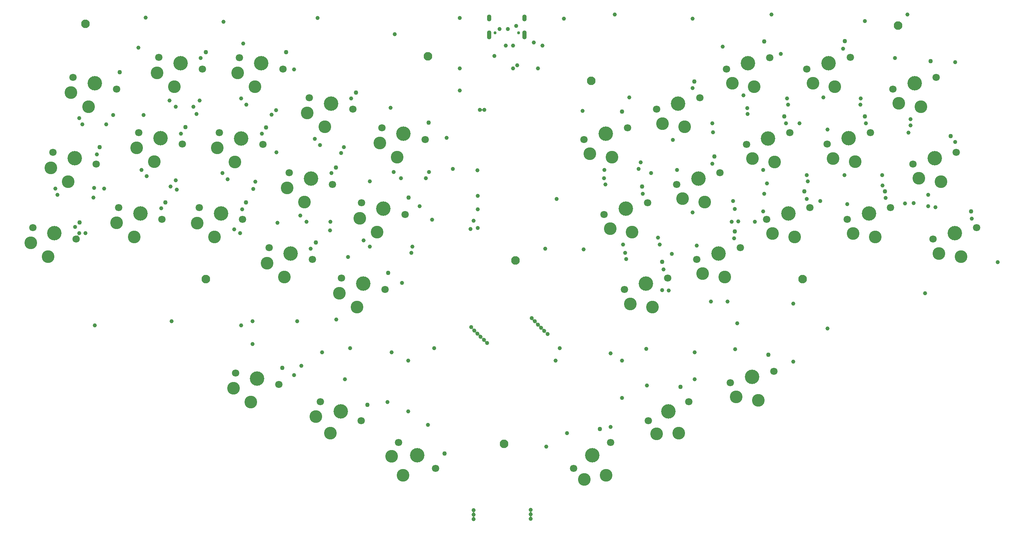
<source format=gbr>
G04 #@! TF.GenerationSoftware,KiCad,Pcbnew,(5.1.9)-1*
G04 #@! TF.CreationDate,2021-04-11T17:50:06-07:00*
G04 #@! TF.ProjectId,euclid36,6575636c-6964-4333-962e-6b696361645f,1.2*
G04 #@! TF.SameCoordinates,PX2faf080PY2faf080*
G04 #@! TF.FileFunction,Soldermask,Top*
G04 #@! TF.FilePolarity,Negative*
%FSLAX46Y46*%
G04 Gerber Fmt 4.6, Leading zero omitted, Abs format (unit mm)*
G04 Created by KiCad (PCBNEW (5.1.9)-1) date 2021-04-11 17:50:06*
%MOMM*%
%LPD*%
G01*
G04 APERTURE LIST*
%ADD10C,0.750000*%
%ADD11O,1.100000X2.200000*%
%ADD12O,1.100000X1.700000*%
%ADD13C,1.803800*%
%ADD14C,3.102000*%
%ADD15C,3.531000*%
%ADD16C,1.092600*%
%ADD17C,2.102000*%
%ADD18C,1.002000*%
%ADD19C,0.100000*%
G04 APERTURE END LIST*
D10*
X104020000Y18350000D03*
X98240000Y18350000D03*
D11*
X96810000Y17820000D03*
X105450000Y17820000D03*
D12*
X96810000Y22000000D03*
X105450000Y22000000D03*
D13*
X35731035Y12295579D03*
X46356219Y9448569D03*
D14*
X35243426Y8543947D03*
D15*
X41043627Y10872074D03*
D14*
X39503654Y5124815D03*
D16*
X47172800Y13577927D03*
D13*
X155867408Y-67423505D03*
X166492592Y-64576495D03*
D14*
X157320942Y-70916317D03*
D15*
X161180000Y-66000000D03*
D14*
X162719973Y-71747259D03*
D16*
X165135093Y-60592076D03*
D13*
X135748307Y-76743400D03*
X145717693Y-72094600D03*
D14*
X137786280Y-79930746D03*
D15*
X140733000Y-74419000D03*
D14*
X143247579Y-79811531D03*
D16*
X143688930Y-68406440D03*
D13*
X117529664Y-88368670D03*
X126540336Y-82059330D03*
D14*
X120090151Y-91153702D03*
D15*
X122035000Y-85214000D03*
D14*
X125447780Y-90087955D03*
D16*
X123901953Y-78779492D03*
D13*
X74691017Y-82059032D03*
X83701689Y-88368372D03*
D14*
X72949681Y-85417640D03*
D15*
X79196353Y-85213702D03*
D14*
X75783573Y-90087657D03*
D16*
X85881348Y-84767332D03*
D13*
X55514172Y-72094303D03*
X65483558Y-76743103D03*
D14*
X54382508Y-75704266D03*
D15*
X60498865Y-74418703D03*
D14*
X57984286Y-79811234D03*
D16*
X67004788Y-72818278D03*
D13*
X34738612Y-65011742D03*
X45363796Y-67858752D03*
D14*
X34251003Y-68763374D03*
D15*
X40051204Y-66435247D03*
D14*
X38511231Y-72182506D03*
D16*
X46180377Y-63729394D03*
D13*
X205482554Y-32212907D03*
X216107738Y-29365897D03*
D14*
X206936088Y-35705719D03*
D15*
X210795146Y-30789402D03*
D14*
X212335119Y-36536661D03*
D16*
X214750239Y-25381478D03*
D13*
X184452068Y-27329604D03*
X195077252Y-24482594D03*
D14*
X185905602Y-30822416D03*
D15*
X189764660Y-25906099D03*
D14*
X191304633Y-31653358D03*
D16*
X193719753Y-20498175D03*
D13*
X164736381Y-27353203D03*
X175361565Y-24506193D03*
D14*
X166189915Y-30846015D03*
D15*
X170048973Y-25929698D03*
D14*
X171588946Y-31676957D03*
D16*
X174004066Y-20521774D03*
D13*
X147650296Y-37190608D03*
X158275480Y-34343598D03*
D14*
X149103830Y-40683420D03*
D15*
X152962888Y-35767103D03*
D14*
X154502861Y-41514362D03*
D16*
X156917981Y-30359179D03*
D13*
X129906810Y-44574562D03*
X140531994Y-41727552D03*
D14*
X131360344Y-48067374D03*
D15*
X135219402Y-43151057D03*
D14*
X136759375Y-48898316D03*
D16*
X139174495Y-37743133D03*
D13*
X200552052Y-13812021D03*
X211177236Y-10965011D03*
D14*
X202005586Y-17304833D03*
D15*
X205864644Y-12388516D03*
D14*
X207404617Y-18135775D03*
D16*
X209819737Y-6980592D03*
D13*
X179521566Y-8928718D03*
X190146750Y-6081708D03*
D14*
X180975100Y-12421530D03*
D15*
X184834158Y-7505213D03*
D14*
X186374131Y-13252472D03*
D16*
X188789251Y-2097289D03*
D13*
X159805879Y-8952317D03*
X170431063Y-6105307D03*
D14*
X161259413Y-12445129D03*
D15*
X165118471Y-7528812D03*
D14*
X166658444Y-13276071D03*
D16*
X169073564Y-2120888D03*
D13*
X142719794Y-18789722D03*
X153344978Y-15942712D03*
D14*
X144173328Y-22282534D03*
D15*
X148032386Y-17366217D03*
D14*
X149572359Y-23113476D03*
D16*
X151987479Y-11958293D03*
D13*
X124976308Y-26173676D03*
X135601492Y-23326666D03*
D14*
X126429842Y-29666488D03*
D15*
X130288900Y-24750171D03*
D14*
X131828873Y-30497430D03*
D16*
X134243993Y-19342247D03*
D13*
X195621550Y4588865D03*
X206246734Y7435875D03*
D14*
X197075084Y1096053D03*
D15*
X200934142Y6012370D03*
D14*
X202474115Y265111D03*
D16*
X204889235Y11420294D03*
D13*
X174591064Y9472168D03*
X185216248Y12319178D03*
D14*
X176044598Y5979356D03*
D15*
X179903656Y10895673D03*
D14*
X181443629Y5148414D03*
D16*
X183858749Y16303597D03*
D13*
X154875377Y9448569D03*
X165500561Y12295579D03*
D14*
X156328911Y5955757D03*
D15*
X160187969Y10872074D03*
D14*
X161727942Y5124815D03*
D16*
X164143062Y16279998D03*
D13*
X137789292Y-388836D03*
X148414476Y2458174D03*
D14*
X139242826Y-3881648D03*
D15*
X143101884Y1034669D03*
D14*
X144641857Y-4712590D03*
D16*
X147056977Y6442593D03*
D13*
X120045806Y-7772790D03*
X130670990Y-4925780D03*
D14*
X121499340Y-11265602D03*
D15*
X125358398Y-6349285D03*
D14*
X126898371Y-12096544D03*
D16*
X129313491Y-941361D03*
D13*
X60699602Y-41727552D03*
X71324786Y-44574562D03*
D14*
X60211993Y-45479184D03*
D15*
X66012194Y-43151057D03*
D14*
X64472221Y-48898316D03*
D16*
X72141367Y-40445204D03*
D13*
X42956116Y-34343598D03*
X53581300Y-37190608D03*
D14*
X42468507Y-38095230D03*
D15*
X48268708Y-35767103D03*
D14*
X46728735Y-41514362D03*
D16*
X54397881Y-33061250D03*
D13*
X25870031Y-24506193D03*
X36495215Y-27353203D03*
D14*
X25382422Y-28257825D03*
D15*
X31182623Y-25929698D03*
D14*
X29642650Y-31676957D03*
D16*
X37311796Y-23223845D03*
D13*
X6154344Y-24482594D03*
X16779528Y-27329604D03*
D14*
X5666735Y-28234226D03*
D15*
X11466936Y-25906099D03*
D14*
X9926963Y-31653358D03*
D16*
X17596109Y-23200246D03*
D13*
X-14876142Y-29365898D03*
X-4250958Y-32212908D03*
D14*
X-15363751Y-33117530D03*
D15*
X-9563550Y-30789403D03*
D14*
X-11103523Y-36536662D03*
D16*
X-3434377Y-28083550D03*
D13*
X65630104Y-23326666D03*
X76255288Y-26173676D03*
D14*
X65142495Y-27078298D03*
D15*
X70942696Y-24750171D03*
D14*
X69402723Y-30497430D03*
D16*
X77071869Y-22044318D03*
D13*
X47886618Y-15942712D03*
X58511802Y-18789722D03*
D14*
X47399009Y-19694344D03*
D15*
X53199210Y-17366217D03*
D14*
X51659237Y-23113476D03*
D16*
X59328383Y-14660364D03*
D13*
X30800533Y-6105307D03*
X41425717Y-8952317D03*
D14*
X30312924Y-9856939D03*
D15*
X36113125Y-7528812D03*
D14*
X34573152Y-13276071D03*
D16*
X42242298Y-4822959D03*
D13*
X11084846Y-6081708D03*
X21710030Y-8928718D03*
D14*
X10597237Y-9833340D03*
D15*
X16397438Y-7505213D03*
D14*
X14857465Y-13252472D03*
D16*
X22526611Y-4799360D03*
D13*
X-9945640Y-10965012D03*
X679544Y-13812022D03*
D14*
X-10433249Y-14716644D03*
D15*
X-4633048Y-12388517D03*
D14*
X-6173021Y-18135776D03*
D16*
X1496125Y-9682664D03*
D13*
X70560606Y-4925780D03*
X81185790Y-7772790D03*
D14*
X70072997Y-8677412D03*
D15*
X75873198Y-6349285D03*
D14*
X74333225Y-12096544D03*
D16*
X82002371Y-3643432D03*
D13*
X52817120Y2458174D03*
X63442304Y-388836D03*
D14*
X52329511Y-1293458D03*
D15*
X58129712Y1034669D03*
D14*
X56589739Y-4712590D03*
D16*
X64258885Y3740522D03*
D13*
X16015348Y12319178D03*
X26640532Y9472168D03*
D14*
X15527739Y8567546D03*
D15*
X21327940Y10895673D03*
D14*
X19787967Y5148414D03*
D16*
X27457113Y13601526D03*
D13*
X-5015138Y7435874D03*
X5610046Y4588864D03*
D14*
X-5502747Y3684242D03*
D15*
X297454Y6012369D03*
D14*
X-1242519Y265110D03*
D16*
X6426627Y8718222D03*
D17*
X103250000Y-37400000D03*
X173520000Y-42000000D03*
X100500000Y-82400000D03*
X27470000Y-42000000D03*
X121830000Y6600000D03*
X81850000Y12590000D03*
X-1950000Y20590000D03*
X196930000Y20100000D03*
D18*
X119972328Y-34711172D03*
X113068000Y-62014000D03*
X129324000Y-62014000D03*
X129324000Y-62014000D03*
X129324000Y-71158000D03*
X110782000Y-83096000D03*
X77000000Y-74460000D03*
X77000000Y-62014000D03*
X203492000Y-45504000D03*
X188760000Y21219500D03*
X115100000Y21806000D03*
X114084000Y-58966000D03*
X115862000Y-79794000D03*
X135279971Y-59106029D03*
X157518000Y-52870000D03*
X135420000Y-68110000D03*
X157010000Y-59220000D03*
X38900000Y-52362000D03*
X62776000Y-58966000D03*
X83350000Y-58966000D03*
X38900000Y-57950000D03*
X61506000Y-66586000D03*
X81826000Y-77762000D03*
X199428000Y-6134000D03*
X189014000Y-3848000D03*
X193840000Y-22136000D03*
X119672000Y-800000D03*
X125260000Y-18834000D03*
X130340000Y-37122000D03*
X146596000Y21806000D03*
X31788000Y21044000D03*
X19088000Y-52362000D03*
X73698000Y17996000D03*
X49822000Y-52362000D03*
X16548000Y-24676000D03*
X21374000Y-6388000D03*
X26200000Y12154000D03*
X20358000Y-20104000D03*
X25184000Y-1562000D03*
X36614000Y15710000D03*
X196126000Y12154000D03*
X183426000Y14440000D03*
X206032000Y-24422000D03*
X160058000Y-1562000D03*
X151422000Y-13754000D03*
X164122000Y-21120000D03*
X156756000Y-32042000D03*
X72682000Y-38000D03*
X67602000Y-18072000D03*
X58204000Y-16040000D03*
X62268000Y-36614000D03*
X53124000Y-34582000D03*
X63030000Y2248000D03*
X153962000Y14948000D03*
X146596000Y4788000D03*
X12738000Y22060000D03*
X292000Y-53378000D03*
X221272000Y-37884000D03*
X199174000Y22822000D03*
X54842000Y22000000D03*
X36106000Y-53378000D03*
X89640000Y22000000D03*
X72936000Y-59982000D03*
X71920000Y-72174000D03*
X147104000Y-59982000D03*
X147104000Y-66586000D03*
X127546000Y22822000D03*
X165900000Y22822000D03*
X179616000Y-54140000D03*
X131102000Y2502000D03*
X136436000Y-16040000D03*
X141516000Y-35852000D03*
X168186000Y13170000D03*
X177838000Y-22898000D03*
X134404000Y-21120000D03*
X139484000Y-39662000D03*
X172758000Y-3848000D03*
X169456000Y-3848000D03*
X174536000Y-22390000D03*
X210858000Y11138000D03*
X210858000Y-8420000D03*
X214922000Y-27216000D03*
X10960000Y14694000D03*
X12230000Y-1816000D03*
X800000Y-11468000D03*
X-4534000Y-29248000D03*
X2578000Y-19850000D03*
X49060000Y9360000D03*
X44742000Y-10960000D03*
X36360000Y-24930000D03*
X44996000Y-28232000D03*
X41186000Y-6388000D03*
X86398000Y-7404000D03*
X79794000Y-24168000D03*
X75476000Y-42964000D03*
X126530000Y-60236000D03*
X126530000Y-78270000D03*
X55918000Y-59982000D03*
X49060000Y-65570000D03*
X89640000Y9674000D03*
X82842000Y-27470000D03*
X87952001Y-15024000D03*
X89640000Y4220000D03*
X107226000Y-51600000D03*
X96304000Y-57696000D03*
X93002000Y-100876000D03*
X138603716Y-33513128D03*
X138151443Y-31870414D03*
X133388000Y-14976526D03*
X133896000Y-13422526D03*
X108003819Y-52377819D03*
X95526181Y-56918181D03*
X93002000Y-99775997D03*
X-47578Y-22050422D03*
X123578Y-19681578D03*
X3086000Y-4117000D03*
X4822578Y-1774578D03*
X156924422Y-24844422D03*
X156502000Y-22898000D03*
X151590422Y-6048422D03*
X151422000Y-3848000D03*
X108781638Y-53155638D03*
X94748362Y-56140362D03*
X93002000Y-98675994D03*
X18834000Y-19327832D03*
X20104000Y-17773832D03*
X24422000Y232831D03*
X25946000Y1786831D03*
X174790000Y-18087000D03*
X174536000Y-16533000D03*
X169964000Y709000D03*
X169710000Y2263000D03*
X109559457Y-53933457D03*
X93970543Y-55362543D03*
X106972000Y-98590000D03*
X39112578Y-19891422D03*
X39576422Y-18157578D03*
X43557578Y-1730422D03*
X44656422Y-631578D03*
X193036578Y-16533000D03*
X187702578Y709000D03*
X187744000Y2263000D03*
X193078000Y-19088000D03*
X110337276Y-54711276D03*
X93192724Y-54584724D03*
X106972000Y-99690003D03*
X57908578Y-30051422D03*
X57991422Y-27936578D03*
X60575578Y-11128422D03*
X61293422Y-9648578D03*
X111115095Y-55489095D03*
X92414905Y-53806905D03*
X106972000Y-100790006D03*
X77762000Y-35613000D03*
X78016000Y-34059000D03*
X81318000Y-17325000D03*
X82080000Y-15771000D03*
X-3518000Y-2563000D03*
X-2756000Y-4117000D03*
X-9360000Y-19835000D03*
X-8852000Y-21389000D03*
X-3533000Y-30772000D03*
X-1979000Y-30772000D03*
X12992000Y-16817000D03*
X11722000Y-15263000D03*
X20104000Y232831D03*
X18580000Y1786831D03*
X36106000Y2263000D03*
X37376000Y709000D03*
X31534000Y-16025000D03*
X32804000Y-17579000D03*
X34401901Y-29829901D03*
X35852000Y-30772000D03*
X52108000Y-27993000D03*
X50584000Y-26439000D03*
X55410000Y-9197000D03*
X54140000Y-7643000D03*
X73444000Y-15771000D03*
X75222000Y-17325000D03*
X94018000Y-24915000D03*
X94018000Y-21628000D03*
X110528000Y-34582000D03*
X113322000Y-22390000D03*
X93932422Y-15363578D03*
X94018000Y-29502000D03*
X94526000Y-546000D03*
X92240000Y-29756000D03*
X95626003Y-546000D03*
X93017000Y-27724000D03*
X66078000Y-32535000D03*
X67602000Y-34089000D03*
X156147422Y-27978000D03*
X157778133Y-27901289D03*
X161836000Y-27978000D03*
X163868000Y-25438000D03*
X164798422Y-18595000D03*
X163868000Y-15278000D03*
X159995934Y-62976D03*
X159042000Y3010000D03*
X178600000Y2502000D03*
X179616000Y-5372000D03*
X183773485Y-16533000D03*
X184442000Y-23660000D03*
X198624578Y-23447422D03*
X200739422Y-23364578D03*
X204254000Y-24141578D03*
X204254000Y-21374000D03*
X199936000Y-4371000D03*
X199936000Y-2817000D03*
X59388421Y-51939577D03*
X50838000Y-63284000D03*
X151106005Y-47474005D03*
X140768313Y-44810531D03*
X139145782Y-44742000D03*
X171234000Y-62268000D03*
X171234000Y-48044000D03*
X155199949Y-47503949D03*
X130086950Y-35559960D03*
X129578000Y-33551000D03*
X124987455Y-17291455D03*
X125006000Y-15263000D03*
X141770000Y-7897000D03*
X142786000Y-15278000D03*
X146596000Y-25692000D03*
X147612000Y-33820000D03*
X108750000Y9614000D03*
X102654000Y9614000D03*
X98082000Y12662000D03*
X103670000Y10391000D03*
X103416000Y20028000D03*
X109844500Y15202000D03*
X102654000Y15202000D03*
X101384000Y19266000D03*
X99352000Y19266000D03*
X100876000Y15202000D03*
X107734000Y16012500D03*
D19*
G36*
X93236538Y-100217434D02*
G01*
X93237303Y-100219282D01*
X93236431Y-100220684D01*
X93231956Y-100223674D01*
X93213241Y-100239033D01*
X93197946Y-100257670D01*
X93186581Y-100278933D01*
X93179581Y-100302008D01*
X93177218Y-100325999D01*
X93179581Y-100349990D01*
X93186581Y-100373065D01*
X93197946Y-100394329D01*
X93213242Y-100412966D01*
X93231957Y-100428324D01*
X93236430Y-100431313D01*
X93237315Y-100433107D01*
X93236204Y-100434770D01*
X93234554Y-100434824D01*
X93146851Y-100398497D01*
X93050908Y-100379412D01*
X92953092Y-100379412D01*
X92857149Y-100398497D01*
X92769446Y-100434824D01*
X92767463Y-100434563D01*
X92766698Y-100432715D01*
X92767570Y-100431313D01*
X92772043Y-100428324D01*
X92790758Y-100412966D01*
X92806054Y-100394329D01*
X92817419Y-100373066D01*
X92824419Y-100349991D01*
X92826782Y-100325999D01*
X92824419Y-100302008D01*
X92817419Y-100278933D01*
X92806054Y-100257670D01*
X92790759Y-100239033D01*
X92772044Y-100223674D01*
X92767569Y-100220684D01*
X92766684Y-100218890D01*
X92767795Y-100217227D01*
X92769445Y-100217173D01*
X92857149Y-100253500D01*
X92953092Y-100272585D01*
X93050908Y-100272585D01*
X93146851Y-100253500D01*
X93234555Y-100217173D01*
X93236538Y-100217434D01*
G37*
G36*
X107206538Y-100131440D02*
G01*
X107207303Y-100133288D01*
X107206431Y-100134690D01*
X107201956Y-100137680D01*
X107183241Y-100153039D01*
X107167946Y-100171676D01*
X107156581Y-100192939D01*
X107149581Y-100216014D01*
X107147218Y-100240005D01*
X107149581Y-100263996D01*
X107156581Y-100287071D01*
X107167946Y-100308335D01*
X107183242Y-100326972D01*
X107201957Y-100342330D01*
X107206430Y-100345319D01*
X107207315Y-100347113D01*
X107206204Y-100348776D01*
X107204554Y-100348830D01*
X107116851Y-100312503D01*
X107020908Y-100293418D01*
X106923092Y-100293418D01*
X106827149Y-100312503D01*
X106739446Y-100348830D01*
X106737463Y-100348569D01*
X106736698Y-100346721D01*
X106737570Y-100345319D01*
X106742043Y-100342330D01*
X106760758Y-100326972D01*
X106776054Y-100308335D01*
X106787419Y-100287072D01*
X106794419Y-100263997D01*
X106796782Y-100240005D01*
X106794419Y-100216014D01*
X106787419Y-100192939D01*
X106776054Y-100171676D01*
X106760759Y-100153039D01*
X106742044Y-100137680D01*
X106737569Y-100134690D01*
X106736684Y-100132896D01*
X106737795Y-100131233D01*
X106739445Y-100131179D01*
X106827149Y-100167506D01*
X106923092Y-100186591D01*
X107020908Y-100186591D01*
X107116851Y-100167506D01*
X107204555Y-100131179D01*
X107206538Y-100131440D01*
G37*
G36*
X93236538Y-99117431D02*
G01*
X93237303Y-99119279D01*
X93236431Y-99120681D01*
X93231956Y-99123671D01*
X93213241Y-99139030D01*
X93197946Y-99157667D01*
X93186581Y-99178930D01*
X93179581Y-99202005D01*
X93177218Y-99225996D01*
X93179581Y-99249987D01*
X93186581Y-99273062D01*
X93197946Y-99294326D01*
X93213242Y-99312963D01*
X93231957Y-99328321D01*
X93236430Y-99331310D01*
X93237315Y-99333104D01*
X93236204Y-99334767D01*
X93234554Y-99334821D01*
X93146851Y-99298494D01*
X93050908Y-99279409D01*
X92953092Y-99279409D01*
X92857149Y-99298494D01*
X92769446Y-99334821D01*
X92767463Y-99334560D01*
X92766698Y-99332712D01*
X92767570Y-99331310D01*
X92772043Y-99328321D01*
X92790758Y-99312963D01*
X92806054Y-99294326D01*
X92817419Y-99273063D01*
X92824419Y-99249988D01*
X92826782Y-99225996D01*
X92824419Y-99202005D01*
X92817419Y-99178930D01*
X92806054Y-99157667D01*
X92790759Y-99139030D01*
X92772044Y-99123671D01*
X92767569Y-99120681D01*
X92766684Y-99118887D01*
X92767795Y-99117224D01*
X92769445Y-99117170D01*
X92857149Y-99153497D01*
X92953092Y-99172582D01*
X93050908Y-99172582D01*
X93146851Y-99153497D01*
X93234555Y-99117170D01*
X93236538Y-99117431D01*
G37*
G36*
X107206538Y-99031437D02*
G01*
X107207303Y-99033285D01*
X107206431Y-99034687D01*
X107201956Y-99037677D01*
X107183241Y-99053036D01*
X107167946Y-99071673D01*
X107156581Y-99092936D01*
X107149581Y-99116011D01*
X107147218Y-99140002D01*
X107149581Y-99163993D01*
X107156581Y-99187068D01*
X107167946Y-99208332D01*
X107183242Y-99226969D01*
X107201957Y-99242327D01*
X107206430Y-99245316D01*
X107207315Y-99247110D01*
X107206204Y-99248773D01*
X107204554Y-99248827D01*
X107116851Y-99212500D01*
X107020908Y-99193415D01*
X106923092Y-99193415D01*
X106827149Y-99212500D01*
X106739446Y-99248827D01*
X106737463Y-99248566D01*
X106736698Y-99246718D01*
X106737570Y-99245316D01*
X106742043Y-99242327D01*
X106760758Y-99226969D01*
X106776054Y-99208332D01*
X106787419Y-99187069D01*
X106794419Y-99163994D01*
X106796782Y-99140002D01*
X106794419Y-99116011D01*
X106787419Y-99092936D01*
X106776054Y-99071673D01*
X106760759Y-99053036D01*
X106742044Y-99037677D01*
X106737569Y-99034687D01*
X106736684Y-99032893D01*
X106737795Y-99031230D01*
X106739445Y-99031176D01*
X106827149Y-99067503D01*
X106923092Y-99086588D01*
X107020908Y-99086588D01*
X107116851Y-99067503D01*
X107204555Y-99031176D01*
X107206538Y-99031437D01*
G37*
G36*
X96006016Y-57065243D02*
G01*
X96006391Y-57066851D01*
X96005339Y-57072140D01*
X96002966Y-57096225D01*
X96005329Y-57120216D01*
X96012329Y-57143291D01*
X96023694Y-57164555D01*
X96038989Y-57183192D01*
X96057626Y-57198487D01*
X96078890Y-57209852D01*
X96101965Y-57216852D01*
X96125956Y-57219215D01*
X96150041Y-57216842D01*
X96155330Y-57215790D01*
X96157224Y-57216433D01*
X96157614Y-57218395D01*
X96156485Y-57219600D01*
X96068777Y-57255930D01*
X95987443Y-57310276D01*
X95918276Y-57379443D01*
X95863930Y-57460777D01*
X95827600Y-57548485D01*
X95826013Y-57549703D01*
X95824165Y-57548938D01*
X95823790Y-57547330D01*
X95824842Y-57542041D01*
X95827215Y-57517956D01*
X95824852Y-57493965D01*
X95817852Y-57470890D01*
X95806487Y-57449626D01*
X95791192Y-57430989D01*
X95772555Y-57415694D01*
X95751291Y-57404329D01*
X95728216Y-57397329D01*
X95704225Y-57394966D01*
X95680140Y-57397339D01*
X95674851Y-57398391D01*
X95672957Y-57397748D01*
X95672567Y-57395786D01*
X95673696Y-57394581D01*
X95761404Y-57358251D01*
X95842738Y-57303905D01*
X95911905Y-57234738D01*
X95966251Y-57153404D01*
X96002581Y-57065696D01*
X96004168Y-57064478D01*
X96006016Y-57065243D01*
G37*
G36*
X95228197Y-56287424D02*
G01*
X95228572Y-56289032D01*
X95227520Y-56294321D01*
X95225147Y-56318406D01*
X95227510Y-56342397D01*
X95234510Y-56365472D01*
X95245875Y-56386736D01*
X95261170Y-56405373D01*
X95279807Y-56420668D01*
X95301071Y-56432033D01*
X95324146Y-56439033D01*
X95348137Y-56441396D01*
X95372222Y-56439023D01*
X95377511Y-56437971D01*
X95379405Y-56438614D01*
X95379795Y-56440576D01*
X95378666Y-56441781D01*
X95290958Y-56478111D01*
X95209624Y-56532457D01*
X95140457Y-56601624D01*
X95086111Y-56682958D01*
X95049781Y-56770666D01*
X95048194Y-56771884D01*
X95046346Y-56771119D01*
X95045971Y-56769511D01*
X95047023Y-56764222D01*
X95049396Y-56740137D01*
X95047033Y-56716146D01*
X95040033Y-56693071D01*
X95028668Y-56671807D01*
X95013373Y-56653170D01*
X94994736Y-56637875D01*
X94973472Y-56626510D01*
X94950397Y-56619510D01*
X94926406Y-56617147D01*
X94902321Y-56619520D01*
X94897032Y-56620572D01*
X94895138Y-56619929D01*
X94894748Y-56617967D01*
X94895877Y-56616762D01*
X94983585Y-56580432D01*
X95064919Y-56526086D01*
X95134086Y-56456919D01*
X95188432Y-56375585D01*
X95224762Y-56287877D01*
X95226349Y-56286659D01*
X95228197Y-56287424D01*
G37*
G36*
X94450378Y-55509605D02*
G01*
X94450753Y-55511213D01*
X94449701Y-55516502D01*
X94447328Y-55540587D01*
X94449691Y-55564578D01*
X94456691Y-55587653D01*
X94468056Y-55608917D01*
X94483351Y-55627554D01*
X94501988Y-55642849D01*
X94523252Y-55654214D01*
X94546327Y-55661214D01*
X94570318Y-55663577D01*
X94594403Y-55661204D01*
X94599692Y-55660152D01*
X94601586Y-55660795D01*
X94601976Y-55662757D01*
X94600847Y-55663962D01*
X94513139Y-55700292D01*
X94431805Y-55754638D01*
X94362638Y-55823805D01*
X94308292Y-55905139D01*
X94271962Y-55992847D01*
X94270375Y-55994065D01*
X94268527Y-55993300D01*
X94268152Y-55991692D01*
X94269204Y-55986403D01*
X94271577Y-55962318D01*
X94269214Y-55938327D01*
X94262214Y-55915252D01*
X94250849Y-55893988D01*
X94235554Y-55875351D01*
X94216917Y-55860056D01*
X94195653Y-55848691D01*
X94172578Y-55841691D01*
X94148587Y-55839328D01*
X94124502Y-55841701D01*
X94119213Y-55842753D01*
X94117319Y-55842110D01*
X94116929Y-55840148D01*
X94118058Y-55838943D01*
X94205766Y-55802613D01*
X94287100Y-55748267D01*
X94356267Y-55679100D01*
X94410613Y-55597766D01*
X94446943Y-55510058D01*
X94448530Y-55508840D01*
X94450378Y-55509605D01*
G37*
G36*
X110817111Y-54858338D02*
G01*
X110817486Y-54859946D01*
X110816434Y-54865235D01*
X110814061Y-54889320D01*
X110816424Y-54913311D01*
X110823424Y-54936386D01*
X110834789Y-54957650D01*
X110850084Y-54976287D01*
X110868721Y-54991582D01*
X110889985Y-55002947D01*
X110913060Y-55009947D01*
X110937051Y-55012310D01*
X110961136Y-55009937D01*
X110966425Y-55008885D01*
X110968319Y-55009528D01*
X110968709Y-55011490D01*
X110967580Y-55012695D01*
X110879872Y-55049025D01*
X110798538Y-55103371D01*
X110729371Y-55172538D01*
X110675025Y-55253872D01*
X110638695Y-55341580D01*
X110637108Y-55342798D01*
X110635260Y-55342033D01*
X110634885Y-55340425D01*
X110635937Y-55335136D01*
X110638310Y-55311051D01*
X110635947Y-55287060D01*
X110628947Y-55263985D01*
X110617582Y-55242721D01*
X110602287Y-55224084D01*
X110583650Y-55208789D01*
X110562386Y-55197424D01*
X110539311Y-55190424D01*
X110515320Y-55188061D01*
X110491235Y-55190434D01*
X110485946Y-55191486D01*
X110484052Y-55190843D01*
X110483662Y-55188881D01*
X110484791Y-55187676D01*
X110572499Y-55151346D01*
X110653833Y-55097000D01*
X110723000Y-55027833D01*
X110777346Y-54946499D01*
X110813676Y-54858791D01*
X110815263Y-54857573D01*
X110817111Y-54858338D01*
G37*
G36*
X93672559Y-54731786D02*
G01*
X93672934Y-54733394D01*
X93671882Y-54738683D01*
X93669509Y-54762768D01*
X93671872Y-54786759D01*
X93678872Y-54809834D01*
X93690237Y-54831098D01*
X93705532Y-54849735D01*
X93724169Y-54865030D01*
X93745433Y-54876395D01*
X93768508Y-54883395D01*
X93792499Y-54885758D01*
X93816584Y-54883385D01*
X93821873Y-54882333D01*
X93823767Y-54882976D01*
X93824157Y-54884938D01*
X93823028Y-54886143D01*
X93735320Y-54922473D01*
X93653986Y-54976819D01*
X93584819Y-55045986D01*
X93530473Y-55127320D01*
X93494143Y-55215028D01*
X93492556Y-55216246D01*
X93490708Y-55215481D01*
X93490333Y-55213873D01*
X93491385Y-55208584D01*
X93493758Y-55184499D01*
X93491395Y-55160508D01*
X93484395Y-55137433D01*
X93473030Y-55116169D01*
X93457735Y-55097532D01*
X93439098Y-55082237D01*
X93417834Y-55070872D01*
X93394759Y-55063872D01*
X93370768Y-55061509D01*
X93346683Y-55063882D01*
X93341394Y-55064934D01*
X93339500Y-55064291D01*
X93339110Y-55062329D01*
X93340239Y-55061124D01*
X93427947Y-55024794D01*
X93509281Y-54970448D01*
X93578448Y-54901281D01*
X93632794Y-54819947D01*
X93669124Y-54732239D01*
X93670711Y-54731021D01*
X93672559Y-54731786D01*
G37*
G36*
X110039292Y-54080519D02*
G01*
X110039667Y-54082127D01*
X110038615Y-54087416D01*
X110036242Y-54111501D01*
X110038605Y-54135492D01*
X110045605Y-54158567D01*
X110056970Y-54179831D01*
X110072265Y-54198468D01*
X110090902Y-54213763D01*
X110112166Y-54225128D01*
X110135241Y-54232128D01*
X110159232Y-54234491D01*
X110183317Y-54232118D01*
X110188606Y-54231066D01*
X110190500Y-54231709D01*
X110190890Y-54233671D01*
X110189761Y-54234876D01*
X110102053Y-54271206D01*
X110020719Y-54325552D01*
X109951552Y-54394719D01*
X109897206Y-54476053D01*
X109860876Y-54563761D01*
X109859289Y-54564979D01*
X109857441Y-54564214D01*
X109857066Y-54562606D01*
X109858118Y-54557317D01*
X109860491Y-54533232D01*
X109858128Y-54509241D01*
X109851128Y-54486166D01*
X109839763Y-54464902D01*
X109824468Y-54446265D01*
X109805831Y-54430970D01*
X109784567Y-54419605D01*
X109761492Y-54412605D01*
X109737501Y-54410242D01*
X109713416Y-54412615D01*
X109708127Y-54413667D01*
X109706233Y-54413024D01*
X109705843Y-54411062D01*
X109706972Y-54409857D01*
X109794680Y-54373527D01*
X109876014Y-54319181D01*
X109945181Y-54250014D01*
X109999527Y-54168680D01*
X110035857Y-54080972D01*
X110037444Y-54079754D01*
X110039292Y-54080519D01*
G37*
G36*
X92894740Y-53953967D02*
G01*
X92895115Y-53955575D01*
X92894063Y-53960864D01*
X92891690Y-53984949D01*
X92894053Y-54008940D01*
X92901053Y-54032015D01*
X92912418Y-54053279D01*
X92927713Y-54071916D01*
X92946350Y-54087211D01*
X92967614Y-54098576D01*
X92990689Y-54105576D01*
X93014680Y-54107939D01*
X93038765Y-54105566D01*
X93044054Y-54104514D01*
X93045948Y-54105157D01*
X93046338Y-54107119D01*
X93045209Y-54108324D01*
X92957501Y-54144654D01*
X92876167Y-54199000D01*
X92807000Y-54268167D01*
X92752654Y-54349501D01*
X92716324Y-54437209D01*
X92714737Y-54438427D01*
X92712889Y-54437662D01*
X92712514Y-54436054D01*
X92713566Y-54430765D01*
X92715939Y-54406680D01*
X92713576Y-54382689D01*
X92706576Y-54359614D01*
X92695211Y-54338350D01*
X92679916Y-54319713D01*
X92661279Y-54304418D01*
X92640015Y-54293053D01*
X92616940Y-54286053D01*
X92592949Y-54283690D01*
X92568864Y-54286063D01*
X92563575Y-54287115D01*
X92561681Y-54286472D01*
X92561291Y-54284510D01*
X92562420Y-54283305D01*
X92650128Y-54246975D01*
X92731462Y-54192629D01*
X92800629Y-54123462D01*
X92854975Y-54042128D01*
X92891305Y-53954420D01*
X92892892Y-53953202D01*
X92894740Y-53953967D01*
G37*
G36*
X109261473Y-53302700D02*
G01*
X109261848Y-53304308D01*
X109260796Y-53309597D01*
X109258423Y-53333682D01*
X109260786Y-53357673D01*
X109267786Y-53380748D01*
X109279151Y-53402012D01*
X109294446Y-53420649D01*
X109313083Y-53435944D01*
X109334347Y-53447309D01*
X109357422Y-53454309D01*
X109381413Y-53456672D01*
X109405498Y-53454299D01*
X109410787Y-53453247D01*
X109412681Y-53453890D01*
X109413071Y-53455852D01*
X109411942Y-53457057D01*
X109324234Y-53493387D01*
X109242900Y-53547733D01*
X109173733Y-53616900D01*
X109119387Y-53698234D01*
X109083057Y-53785942D01*
X109081470Y-53787160D01*
X109079622Y-53786395D01*
X109079247Y-53784787D01*
X109080299Y-53779498D01*
X109082672Y-53755413D01*
X109080309Y-53731422D01*
X109073309Y-53708347D01*
X109061944Y-53687083D01*
X109046649Y-53668446D01*
X109028012Y-53653151D01*
X109006748Y-53641786D01*
X108983673Y-53634786D01*
X108959682Y-53632423D01*
X108935597Y-53634796D01*
X108930308Y-53635848D01*
X108928414Y-53635205D01*
X108928024Y-53633243D01*
X108929153Y-53632038D01*
X109016861Y-53595708D01*
X109098195Y-53541362D01*
X109167362Y-53472195D01*
X109221708Y-53390861D01*
X109258038Y-53303153D01*
X109259625Y-53301935D01*
X109261473Y-53302700D01*
G37*
G36*
X108483654Y-52524881D02*
G01*
X108484029Y-52526489D01*
X108482977Y-52531778D01*
X108480604Y-52555863D01*
X108482967Y-52579854D01*
X108489967Y-52602929D01*
X108501332Y-52624193D01*
X108516627Y-52642830D01*
X108535264Y-52658125D01*
X108556528Y-52669490D01*
X108579603Y-52676490D01*
X108603594Y-52678853D01*
X108627679Y-52676480D01*
X108632968Y-52675428D01*
X108634862Y-52676071D01*
X108635252Y-52678033D01*
X108634123Y-52679238D01*
X108546415Y-52715568D01*
X108465081Y-52769914D01*
X108395914Y-52839081D01*
X108341568Y-52920415D01*
X108305238Y-53008123D01*
X108303651Y-53009341D01*
X108301803Y-53008576D01*
X108301428Y-53006968D01*
X108302480Y-53001679D01*
X108304853Y-52977594D01*
X108302490Y-52953603D01*
X108295490Y-52930528D01*
X108284125Y-52909264D01*
X108268830Y-52890627D01*
X108250193Y-52875332D01*
X108228929Y-52863967D01*
X108205854Y-52856967D01*
X108181863Y-52854604D01*
X108157778Y-52856977D01*
X108152489Y-52858029D01*
X108150595Y-52857386D01*
X108150205Y-52855424D01*
X108151334Y-52854219D01*
X108239042Y-52817889D01*
X108320376Y-52763543D01*
X108389543Y-52694376D01*
X108443889Y-52613042D01*
X108480219Y-52525334D01*
X108481806Y-52524116D01*
X108483654Y-52524881D01*
G37*
G36*
X107705835Y-51747062D02*
G01*
X107706210Y-51748670D01*
X107705158Y-51753959D01*
X107702785Y-51778044D01*
X107705148Y-51802035D01*
X107712148Y-51825110D01*
X107723513Y-51846374D01*
X107738808Y-51865011D01*
X107757445Y-51880306D01*
X107778709Y-51891671D01*
X107801784Y-51898671D01*
X107825775Y-51901034D01*
X107849860Y-51898661D01*
X107855149Y-51897609D01*
X107857043Y-51898252D01*
X107857433Y-51900214D01*
X107856304Y-51901419D01*
X107768596Y-51937749D01*
X107687262Y-51992095D01*
X107618095Y-52061262D01*
X107563749Y-52142596D01*
X107527419Y-52230304D01*
X107525832Y-52231522D01*
X107523984Y-52230757D01*
X107523609Y-52229149D01*
X107524661Y-52223860D01*
X107527034Y-52199775D01*
X107524671Y-52175784D01*
X107517671Y-52152709D01*
X107506306Y-52131445D01*
X107491011Y-52112808D01*
X107472374Y-52097513D01*
X107451110Y-52086148D01*
X107428035Y-52079148D01*
X107404044Y-52076785D01*
X107379959Y-52079158D01*
X107374670Y-52080210D01*
X107372776Y-52079567D01*
X107372386Y-52077605D01*
X107373515Y-52076400D01*
X107461223Y-52040070D01*
X107542557Y-51985724D01*
X107611724Y-51916557D01*
X107666070Y-51835223D01*
X107702400Y-51747515D01*
X107703987Y-51746297D01*
X107705835Y-51747062D01*
G37*
G36*
X-3862842Y-31144439D02*
G01*
X-3849557Y-31157724D01*
X-3768223Y-31212070D01*
X-3677851Y-31249503D01*
X-3634412Y-31258144D01*
X-3632908Y-31259463D01*
X-3633298Y-31261425D01*
X-3634998Y-31262096D01*
X-3653076Y-31260315D01*
X-3677068Y-31262678D01*
X-3700143Y-31269678D01*
X-3721406Y-31281043D01*
X-3740043Y-31296338D01*
X-3755339Y-31314975D01*
X-3766704Y-31336238D01*
X-3773704Y-31359313D01*
X-3776067Y-31383304D01*
X-3773704Y-31407296D01*
X-3766704Y-31430371D01*
X-3755339Y-31451634D01*
X-3740044Y-31470271D01*
X-3725998Y-31481798D01*
X-3725294Y-31483670D01*
X-3726563Y-31485216D01*
X-3728378Y-31485007D01*
X-3826752Y-31419276D01*
X-3987069Y-31352871D01*
X-3988287Y-31351284D01*
X-3987522Y-31349436D01*
X-3985914Y-31349061D01*
X-3980623Y-31350113D01*
X-3956538Y-31352486D01*
X-3932547Y-31350123D01*
X-3909472Y-31343123D01*
X-3888208Y-31331758D01*
X-3869571Y-31316462D01*
X-3854276Y-31297825D01*
X-3842911Y-31276562D01*
X-3835911Y-31253487D01*
X-3833548Y-31229496D01*
X-3835911Y-31205505D01*
X-3842911Y-31182430D01*
X-3854276Y-31161166D01*
X-3865802Y-31147122D01*
X-3866128Y-31145148D01*
X-3864582Y-31143880D01*
X-3862842Y-31144439D01*
G37*
G36*
X95184773Y-311796D02*
G01*
X95184827Y-313446D01*
X95148500Y-401149D01*
X95129415Y-497092D01*
X95129415Y-594908D01*
X95148500Y-690851D01*
X95184827Y-778554D01*
X95184566Y-780537D01*
X95182718Y-781302D01*
X95181316Y-780430D01*
X95178327Y-775957D01*
X95162969Y-757242D01*
X95144332Y-741946D01*
X95123069Y-730581D01*
X95099994Y-723581D01*
X95076002Y-721218D01*
X95052011Y-723581D01*
X95028936Y-730581D01*
X95007673Y-741946D01*
X94989036Y-757241D01*
X94973677Y-775956D01*
X94970687Y-780431D01*
X94968893Y-781316D01*
X94967230Y-780205D01*
X94967176Y-778555D01*
X95003503Y-690851D01*
X95022588Y-594908D01*
X95022588Y-497092D01*
X95003503Y-401149D01*
X94967176Y-313445D01*
X94967437Y-311462D01*
X94969285Y-310697D01*
X94970687Y-311569D01*
X94973677Y-316044D01*
X94989036Y-334759D01*
X95007673Y-350054D01*
X95028936Y-361419D01*
X95052011Y-368419D01*
X95076002Y-370782D01*
X95099993Y-368419D01*
X95123068Y-361419D01*
X95144332Y-350054D01*
X95162969Y-334758D01*
X95178327Y-316043D01*
X95181316Y-311570D01*
X95183110Y-310685D01*
X95184773Y-311796D01*
G37*
M02*

</source>
